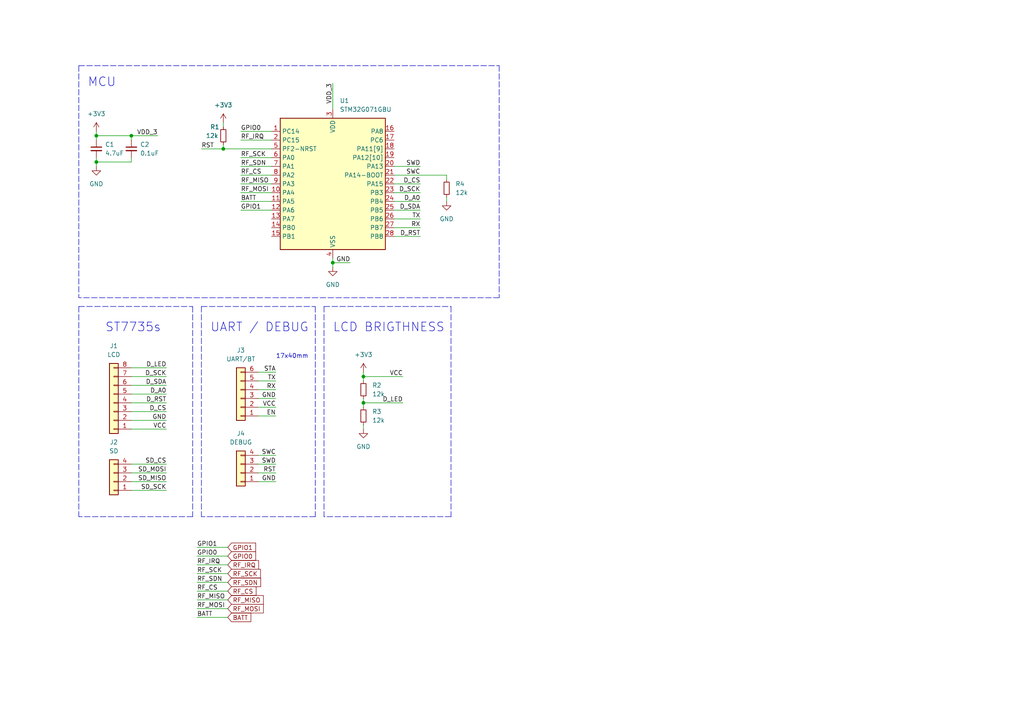
<source format=kicad_sch>
(kicad_sch (version 20211123) (generator eeschema)
  (paper "A4")
  (lib_symbols
    (symbol "Connector_Generic:Conn_01x04" (pin_names (offset 1.016) hide)
      (property "Reference" "J" (at 0 5.08 0))
      (property "Value" "Conn_01x04" (at 0 -7.62 0))
      (symbol "Conn_01x04_1_1"
        (rectangle (start -1.27 -4.953) (end 0 -5.207) (stroke (width 0.1524)))
        (rectangle (start -1.27 -2.413) (end 0 -2.667) (stroke (width 0.1524)))
        (rectangle (start -1.27 0.127) (end 0 -0.127) (stroke (width 0.1524)))
        (rectangle (start -1.27 2.667) (end 0 2.413) (stroke (width 0.1524)))
        (rectangle (start -1.27 3.81) (end 1.27 -6.35) (stroke (width 0.254)) (fill (type background)))
        (pin passive line (at -5.08 2.54 0) (length 3.81) (name "Pin_1") (number "1"))
        (pin passive line (at -5.08 0 0) (length 3.81) (name "Pin_2") (number "2"))
        (pin passive line (at -5.08 -2.54 0) (length 3.81) (name "Pin_3") (number "3"))
        (pin passive line (at -5.08 -5.08 0) (length 3.81) (name "Pin_4") (number "4"))
      )
    )
    (symbol "Connector_Generic:Conn_01x06" (pin_names (offset 1.016) hide)
      (property "Reference" "J" (at 0 7.62 0))
      (property "Value" "Conn_01x06" (at 0 -10.16 0))
      (symbol "Conn_01x06_1_1"
        (rectangle (start -1.27 -7.493) (end 0 -7.747) (stroke (width 0.1524)))
        (rectangle (start -1.27 -4.953) (end 0 -5.207) (stroke (width 0.1524)))
        (rectangle (start -1.27 -2.413) (end 0 -2.667) (stroke (width 0.1524)))
        (rectangle (start -1.27 0.127) (end 0 -0.127) (stroke (width 0.1524)))
        (rectangle (start -1.27 2.667) (end 0 2.413) (stroke (width 0.1524)))
        (rectangle (start -1.27 5.207) (end 0 4.953) (stroke (width 0.1524)))
        (rectangle (start -1.27 6.35) (end 1.27 -8.89) (stroke (width 0.254)) (fill (type background)))
        (pin passive line (at -5.08 5.08 0) (length 3.81) (name "Pin_1") (number "1"))
        (pin passive line (at -5.08 2.54 0) (length 3.81) (name "Pin_2") (number "2"))
        (pin passive line (at -5.08 0 0) (length 3.81) (name "Pin_3") (number "3"))
        (pin passive line (at -5.08 -2.54 0) (length 3.81) (name "Pin_4") (number "4"))
        (pin passive line (at -5.08 -5.08 0) (length 3.81) (name "Pin_5") (number "5"))
        (pin passive line (at -5.08 -7.62 0) (length 3.81) (name "Pin_6") (number "6"))
      )
    )
    (symbol "Connector_Generic:Conn_01x08" (pin_names (offset 1.016) hide)
      (property "Reference" "J" (at 0 10.16 0))
      (property "Value" "Conn_01x08" (at 0 -12.7 0))
      (symbol "Conn_01x08_1_1"
        (rectangle (start -1.27 -10.033) (end 0 -10.287) (stroke (width 0.1524)))
        (rectangle (start -1.27 -7.493) (end 0 -7.747) (stroke (width 0.1524)))
        (rectangle (start -1.27 -4.953) (end 0 -5.207) (stroke (width 0.1524)))
        (rectangle (start -1.27 -2.413) (end 0 -2.667) (stroke (width 0.1524)))
        (rectangle (start -1.27 0.127) (end 0 -0.127) (stroke (width 0.1524)))
        (rectangle (start -1.27 2.667) (end 0 2.413) (stroke (width 0.1524)))
        (rectangle (start -1.27 5.207) (end 0 4.953) (stroke (width 0.1524)))
        (rectangle (start -1.27 7.747) (end 0 7.493) (stroke (width 0.1524)))
        (rectangle (start -1.27 8.89) (end 1.27 -11.43) (stroke (width 0.254)) (fill (type background)))
        (pin passive line (at -5.08 7.62 0) (length 3.81) (name "Pin_1") (number "1"))
        (pin passive line (at -5.08 5.08 0) (length 3.81) (name "Pin_2") (number "2"))
        (pin passive line (at -5.08 2.54 0) (length 3.81) (name "Pin_3") (number "3"))
        (pin passive line (at -5.08 0 0) (length 3.81) (name "Pin_4") (number "4"))
        (pin passive line (at -5.08 -2.54 0) (length 3.81) (name "Pin_5") (number "5"))
        (pin passive line (at -5.08 -5.08 0) (length 3.81) (name "Pin_6") (number "6"))
        (pin passive line (at -5.08 -7.62 0) (length 3.81) (name "Pin_7") (number "7"))
        (pin passive line (at -5.08 -10.16 0) (length 3.81) (name "Pin_8") (number "8"))
      )
    )
    (symbol "Device:C_Small" (pin_numbers hide) (pin_names (offset 0.254) hide)
      (property "Reference" "C" (at 0.254 1.778 0))
      (property "Value" "C_Small" (at 0.254 -2.032 0))
      (symbol "C_Small_0_1"
        (polyline (pts (xy -1.524 -0.508) (xy 1.524 -0.508)) (stroke (width 0.3302)))
        (polyline (pts (xy -1.524 0.508) (xy 1.524 0.508)) (stroke (width 0.3048)))
      )
      (symbol "C_Small_1_1"
        (pin passive line (at 0 2.54 270) (length 2.032) (name "~") (number "1"))
        (pin passive line (at 0 -2.54 90) (length 2.032) (name "~") (number "2"))
      )
    )
    (symbol "Device:R_Small" (pin_numbers hide) (pin_names (offset 0.254) hide)
      (property "Reference" "R" (at 0.762 0.508 0))
      (property "Value" "R_Small" (at 0.762 -1.016 0))
      (symbol "R_Small_0_1"
        (rectangle (start -0.762 1.778) (end 0.762 -1.778) (stroke (width 0.2032)))
      )
      (symbol "R_Small_1_1"
        (pin passive line (at 0 2.54 270) (length 0.762) (name "~") (number "1"))
        (pin passive line (at 0 -2.54 90) (length 0.762) (name "~") (number "2"))
      )
    )
    (symbol "LOCAL:STM32G071GBU"
      (property "Reference" "U" (at 12.7 27.94 0))
      (property "Value" "STM32G071GBU" (at 7.62 25.4 0))
      (symbol "STM32G071GBU_0_1"
        (rectangle (start -15.24 22.86) (end 15.24 -15.24) (stroke (width 0.254)) (fill (type background)))
      )
      (symbol "STM32G071GBU_1_1"
        (pin bidirectional line (at -17.78 19.05 0) (length 2.54) (name "PC14") (number "1"))
        (pin bidirectional line (at -17.78 1.27 0) (length 2.54) (name "PA4") (number "10"))
        (pin bidirectional line (at -17.78 -1.27 0) (length 2.54) (name "PA5") (number "11"))
        (pin bidirectional line (at -17.78 -3.81 0) (length 2.54) (name "PA6") (number "12"))
        (pin bidirectional line (at -17.78 -6.35 0) (length 2.54) (name "PA7") (number "13"))
        (pin bidirectional line (at -17.78 -8.89 0) (length 2.54) (name "PB0") (number "14"))
        (pin bidirectional line (at -17.78 -11.43 0) (length 2.54) (name "PB1") (number "15"))
        (pin bidirectional line (at 17.78 19.05 180) (length 2.54) (name "PA8") (number "16"))
        (pin bidirectional line (at 17.78 16.51 180) (length 2.54) (name "PC6") (number "17"))
        (pin bidirectional line (at 17.78 13.97 180) (length 2.54) (name "PA11[9]") (number "18"))
        (pin bidirectional line (at 17.78 11.43 180) (length 2.54) (name "PA12[10]") (number "19"))
        (pin bidirectional line (at -17.78 16.51 0) (length 2.54) (name "PC15") (number "2"))
        (pin bidirectional line (at 17.78 8.89 180) (length 2.54) (name "PA13") (number "20"))
        (pin bidirectional line (at 17.78 6.35 180) (length 2.54) (name "PA14-BOOT") (number "21"))
        (pin bidirectional line (at 17.78 3.81 180) (length 2.54) (name "PA15") (number "22"))
        (pin bidirectional line (at 17.78 1.27 180) (length 2.54) (name "PB3") (number "23"))
        (pin bidirectional line (at 17.78 -1.27 180) (length 2.54) (name "PB4") (number "24"))
        (pin bidirectional line (at 17.78 -3.81 180) (length 2.54) (name "PB5") (number "25"))
        (pin bidirectional line (at 17.78 -6.35 180) (length 2.54) (name "PB6") (number "26"))
        (pin bidirectional line (at 17.78 -8.89 180) (length 2.54) (name "PB7") (number "27"))
        (pin bidirectional line (at 17.78 -11.43 180) (length 2.54) (name "PB8") (number "28"))
        (pin bidirectional line (at 0 25.4 270) (length 2.54) (name "VDD") (number "3"))
        (pin bidirectional line (at 0 -17.78 90) (length 2.54) (name "VSS") (number "4"))
        (pin bidirectional line (at -17.78 13.97 0) (length 2.54) (name "PF2-NRST") (number "5"))
        (pin bidirectional line (at -17.78 11.43 0) (length 2.54) (name "PA0") (number "6"))
        (pin bidirectional line (at -17.78 8.89 0) (length 2.54) (name "PA1") (number "7"))
        (pin bidirectional line (at -17.78 6.35 0) (length 2.54) (name "PA2") (number "8"))
        (pin bidirectional line (at -17.78 3.81 0) (length 2.54) (name "PA3") (number "9"))
      )
    )
    (symbol "power:+3.3V" (power) (pin_names (offset 0))
      (property "Value" "+3.3V" (at 0 3.556 0))
      (symbol "+3.3V_0_1"
        (polyline (pts (xy -0.762 1.27) (xy 0 2.54)))
        (polyline (pts (xy 0 0) (xy 0 2.54)))
        (polyline (pts (xy 0 2.54) (xy 0.762 1.27)))
      )
      (symbol "+3.3V_1_1"
        (pin power_in line (at 0 0 90) (length 0) hide (name "+3V3") (number "1"))
      )
    )
    (symbol "power:GND" (power) (pin_names (offset 0))
      (property "Value" "GND" (at 0 -3.81 0))
      (symbol "GND_0_1"
        (polyline (pts (xy 0 0) (xy 0 -1.27) (xy 1.27 -1.27) (xy 0 -2.54) (xy -1.27 -1.27) (xy 0 -1.27)))
      )
      (symbol "GND_1_1"
        (pin power_in line (at 0 0 270) (length 0) hide (name "GND") (number "1"))
      )
    )
  )
  (junction (at 105.41 116.84))
  (junction (at 96.52 76.2))
  (junction (at 27.94 39.37))
  (junction (at 105.41 109.22))
  (junction (at 38.1 39.37))
  (junction (at 64.77 43.18))
  (junction (at 27.94 46.99))
  (polyline (pts (xy 55.88 88.9) (xy 55.88 149.86)))
  (wire (pts (xy 38.1 114.3) (xy 48.26 114.3)))
  (wire (pts (xy 27.94 39.37) (xy 27.94 40.64)))
  (wire (pts (xy 38.1 106.68) (xy 48.26 106.68)))
  (wire (pts (xy 69.85 55.88) (xy 78.74 55.88)))
  (wire (pts (xy 69.85 40.64) (xy 78.74 40.64)))
  (polyline (pts (xy 144.78 86.36) (xy 22.86 86.36)))
  (polyline (pts (xy 91.44 149.86) (xy 58.42 149.86)))
  (polyline (pts (xy 93.98 88.9) (xy 93.98 149.86)))
  (wire (pts (xy 114.3 53.34) (xy 121.92 53.34)))
  (wire (pts (xy 38.1 119.38) (xy 48.26 119.38)))
  (polyline (pts (xy 55.88 149.86) (xy 22.86 149.86)))
  (wire (pts (xy 69.85 60.96) (xy 78.74 60.96)))
  (wire (pts (xy 38.1 116.84) (xy 48.26 116.84)))
  (wire (pts (xy 105.41 109.22) (xy 105.41 110.49)))
  (wire (pts (xy 105.41 115.57) (xy 105.41 116.84)))
  (wire (pts (xy 27.94 46.99) (xy 27.94 48.26)))
  (wire (pts (xy 129.54 52.07) (xy 129.54 50.8)))
  (polyline (pts (xy 130.81 88.9) (xy 130.81 149.86)))
  (polyline (pts (xy 58.42 88.9) (xy 58.42 149.86)))
  (wire (pts (xy 38.1 109.22) (xy 48.26 109.22)))
  (wire (pts (xy 27.94 46.99) (xy 38.1 46.99)))
  (wire (pts (xy 57.15 171.45) (xy 66.04 171.45)))
  (wire (pts (xy 74.93 137.16) (xy 80.01 137.16)))
  (wire (pts (xy 38.1 134.62) (xy 48.26 134.62)))
  (wire (pts (xy 58.42 43.18) (xy 64.77 43.18)))
  (wire (pts (xy 57.15 163.83) (xy 66.04 163.83)))
  (wire (pts (xy 57.15 166.37) (xy 66.04 166.37)))
  (wire (pts (xy 74.93 107.95) (xy 80.01 107.95)))
  (polyline (pts (xy 91.44 88.9) (xy 91.44 149.86)))
  (wire (pts (xy 74.93 118.11) (xy 80.01 118.11)))
  (wire (pts (xy 105.41 116.84) (xy 105.41 118.11)))
  (wire (pts (xy 64.77 35.56) (xy 64.77 36.83)))
  (wire (pts (xy 69.85 48.26) (xy 78.74 48.26)))
  (wire (pts (xy 74.93 110.49) (xy 80.01 110.49)))
  (wire (pts (xy 57.15 168.91) (xy 66.04 168.91)))
  (wire (pts (xy 114.3 68.58) (xy 121.92 68.58)))
  (wire (pts (xy 64.77 41.91) (xy 64.77 43.18)))
  (wire (pts (xy 69.85 45.72) (xy 78.74 45.72)))
  (polyline (pts (xy 22.86 88.9) (xy 22.86 149.86)))
  (polyline (pts (xy 144.78 19.05) (xy 144.78 86.36)))
  (wire (pts (xy 38.1 124.46) (xy 48.26 124.46)))
  (wire (pts (xy 38.1 46.99) (xy 38.1 45.72)))
  (wire (pts (xy 74.93 139.7) (xy 80.01 139.7)))
  (wire (pts (xy 38.1 139.7) (xy 48.26 139.7)))
  (wire (pts (xy 74.93 120.65) (xy 80.01 120.65)))
  (wire (pts (xy 38.1 142.24) (xy 48.26 142.24)))
  (wire (pts (xy 57.15 161.29) (xy 66.04 161.29)))
  (polyline (pts (xy 58.42 88.9) (xy 91.44 88.9)))
  (wire (pts (xy 27.94 45.72) (xy 27.94 46.99)))
  (wire (pts (xy 69.85 53.34) (xy 78.74 53.34)))
  (wire (pts (xy 57.15 158.75) (xy 66.04 158.75)))
  (wire (pts (xy 114.3 63.5) (xy 121.92 63.5)))
  (wire (pts (xy 74.93 134.62) (xy 80.01 134.62)))
  (wire (pts (xy 69.85 38.1) (xy 78.74 38.1)))
  (wire (pts (xy 38.1 111.76) (xy 48.26 111.76)))
  (wire (pts (xy 74.93 113.03) (xy 80.01 113.03)))
  (wire (pts (xy 57.15 176.53) (xy 66.04 176.53)))
  (wire (pts (xy 38.1 39.37) (xy 45.72 39.37)))
  (polyline (pts (xy 93.98 88.9) (xy 130.81 88.9)))
  (wire (pts (xy 114.3 66.04) (xy 121.92 66.04)))
  (wire (pts (xy 69.85 58.42) (xy 78.74 58.42)))
  (polyline (pts (xy 22.86 19.05) (xy 22.86 86.36)))
  (wire (pts (xy 57.15 179.07) (xy 66.04 179.07)))
  (wire (pts (xy 96.52 76.2) (xy 96.52 77.47)))
  (wire (pts (xy 57.15 173.99) (xy 66.04 173.99)))
  (wire (pts (xy 74.93 115.57) (xy 80.01 115.57)))
  (wire (pts (xy 105.41 109.22) (xy 116.84 109.22)))
  (wire (pts (xy 96.52 74.93) (xy 96.52 76.2)))
  (wire (pts (xy 114.3 60.96) (xy 121.92 60.96)))
  (polyline (pts (xy 130.81 149.86) (xy 93.98 149.86)))
  (wire (pts (xy 69.85 50.8) (xy 78.74 50.8)))
  (wire (pts (xy 38.1 137.16) (xy 48.26 137.16)))
  (wire (pts (xy 38.1 39.37) (xy 38.1 40.64)))
  (wire (pts (xy 114.3 55.88) (xy 121.92 55.88)))
  (wire (pts (xy 105.41 123.19) (xy 105.41 124.46)))
  (wire (pts (xy 129.54 57.15) (xy 129.54 58.42)))
  (wire (pts (xy 78.74 43.18) (xy 64.77 43.18)))
  (wire (pts (xy 27.94 39.37) (xy 38.1 39.37)))
  (wire (pts (xy 105.41 116.84) (xy 116.84 116.84)))
  (wire (pts (xy 27.94 38.1) (xy 27.94 39.37)))
  (wire (pts (xy 74.93 132.08) (xy 80.01 132.08)))
  (wire (pts (xy 114.3 50.8) (xy 129.54 50.8)))
  (polyline (pts (xy 22.86 88.9) (xy 55.88 88.9)))
  (wire (pts (xy 96.52 24.13) (xy 96.52 31.75)))
  (wire (pts (xy 96.52 76.2) (xy 101.6 76.2)))
  (wire (pts (xy 114.3 58.42) (xy 121.92 58.42)))
  (polyline (pts (xy 22.86 19.05) (xy 144.78 19.05)))
  (wire (pts (xy 105.41 107.95) (xy 105.41 109.22)))
  (wire (pts (xy 114.3 48.26) (xy 121.92 48.26)))
  (wire (pts (xy 38.1 121.92) (xy 48.26 121.92)))
  (text "MCU" (at 25.4 25.4 0) (effects (font (size 2.54 2.54)) (justify left bottom)))
  (text "LCD BRIGTHNESS" (at 96.52 96.52 0) (effects (font (size 2.54 2.54)) (justify left bottom)))
  (text "UART / DEBUG" (at 60.96 96.52 0) (effects (font (size 2.54 2.54)) (justify left bottom)))
  (text "ST7735s" (at 30.48 96.52 0) (effects (font (size 2.54 2.54)) (justify left bottom)))
  (text "17x40mm" (at 80.01 104.14 0) (effects (font (size 1.27 1.27)) (justify left bottom)))
  (label "VCC" (at 80.01 118.11 180))
  (label "RF_SCK" (at 69.85 45.72 0))
  (label "SD_MOSI" (at 48.26 137.16 180))
  (label "RF_MOSI" (at 57.15 176.53 0))
  (label "D_LED" (at 116.84 116.84 180))
  (label "RF_SDN" (at 69.85 48.26 0))
  (label "D_SCK" (at 121.92 55.88 180))
  (label "SD_CS" (at 48.26 134.62 180))
  (label "RF_IRQ" (at 69.85 40.64 0))
  (label "VDD_3" (at 45.72 39.37 180))
  (label "RF_MOSI" (at 69.85 55.88 0))
  (label "GPIO1" (at 69.85 60.96 0))
  (label "SD_SCK" (at 48.26 142.24 180))
  (label "VCC" (at 48.26 124.46 180))
  (label "TX" (at 121.92 63.5 180))
  (label "D_RST" (at 48.26 116.84 180))
  (label "D_A0" (at 48.26 114.3 180))
  (label "RST" (at 80.01 137.16 180))
  (label "GND" (at 80.01 115.57 180))
  (label "STA" (at 80.01 107.95 180))
  (label "D_CS" (at 48.26 119.38 180))
  (label "VCC" (at 116.84 109.22 180))
  (label "D_SDA" (at 121.92 60.96 180))
  (label "RF_MISO" (at 57.15 173.99 0))
  (label "TX" (at 80.01 110.49 180))
  (label "RX" (at 80.01 113.03 180))
  (label "SWC" (at 121.92 50.8 180))
  (label "D_SCK" (at 48.26 109.22 180))
  (label "BATT" (at 57.15 179.07 0))
  (label "GND" (at 80.01 139.7 180))
  (label "GPIO0" (at 69.85 38.1 0))
  (label "RST" (at 58.42 43.18 0))
  (label "GPIO0" (at 57.15 161.29 0))
  (label "RF_CS" (at 69.85 50.8 0))
  (label "SWC" (at 80.01 132.08 180))
  (label "D_CS" (at 121.92 53.34 180))
  (label "D_SDA" (at 48.26 111.76 180))
  (label "SWD" (at 121.92 48.26 180))
  (label "GPIO1" (at 57.15 158.75 0))
  (label "SWD" (at 80.01 134.62 180))
  (label "VDD_3" (at 96.52 24.13 270))
  (label "D_A0" (at 121.92 58.42 180))
  (label "RF_MISO" (at 69.85 53.34 0))
  (label "RX" (at 121.92 66.04 180))
  (label "GND" (at 101.6 76.2 180))
  (label "RF_CS" (at 57.15 171.45 0))
  (label "EN" (at 80.01 120.65 180))
  (label "BATT" (at 69.85 58.42 0))
  (label "D_RST" (at 121.92 68.58 180))
  (label "SD_MISO" (at 48.26 139.7 180))
  (label "D_LED" (at 48.26 106.68 180))
  (label "GND" (at 48.26 121.92 180))
  (label "RF_IRQ" (at 57.15 163.83 0))
  (label "RF_SCK" (at 57.15 166.37 0))
  (label "RF_SDN" (at 57.15 168.91 0))
  (global_label "GPIO1" (shape input) (at 66.04 158.75 0) (property "Intersheet References" "${INTERSHEET_REFS}" (effects hide)))
  (global_label "BATT" (shape input) (at 66.04 179.07 0) (property "Intersheet References" "${INTERSHEET_REFS}" (effects hide)))
  (global_label "GPIO0" (shape input) (at 66.04 161.29 0) (property "Intersheet References" "${INTERSHEET_REFS}" (effects hide)))
  (global_label "RF_MISO" (shape input) (at 66.04 173.99 0) (property "Intersheet References" "${INTERSHEET_REFS}" (effects hide)))
  (global_label "RF_CS" (shape input) (at 66.04 171.45 0) (property "Intersheet References" "${INTERSHEET_REFS}" (effects hide)))
  (global_label "RF_IRQ" (shape input) (at 66.04 163.83 0) (property "Intersheet References" "${INTERSHEET_REFS}" (effects hide)))
  (global_label "RF_SCK" (shape input) (at 66.04 166.37 0) (property "Intersheet References" "${INTERSHEET_REFS}" (effects hide)))
  (global_label "RF_MOSI" (shape input) (at 66.04 176.53 0) (property "Intersheet References" "${INTERSHEET_REFS}" (effects hide)))
  (global_label "RF_SDN" (shape input) (at 66.04 168.91 0) (property "Intersheet References" "${INTERSHEET_REFS}" (effects hide)))
  (symbol (lib_id "Connector_Generic:Conn_01x08") (at 33.02 116.84 180) (unit 1)
    (property "Reference" "J1" (at 33.02 100.33 0))
    (property "Value" "LCD" (at 33.02 102.87 0))
    (property "Footprint" "Connector_PinSocket_2.54mm:PinSocket_1x08_P2.54mm_Vertical" (effects hide))
  )
  (symbol (lib_id "Connector_Generic:Conn_01x04") (at 33.02 139.7 180) (unit 1)
    (property "Reference" "J2" (at 33.02 128.27 0))
    (property "Value" "SD" (at 33.02 130.81 0))
    (property "Footprint" "Connector_PinSocket_2.54mm:PinSocket_1x04_P2.54mm_Vertical" (effects hide))
  )
  (symbol (lib_id "Connector_Generic:Conn_01x06") (at 69.85 115.57 180) (unit 1)
    (property "Reference" "J3" (at 69.85 101.6 0))
    (property "Value" "UART/BT" (at 69.85 104.14 0))
    (property "Footprint" "Connector_PinSocket_2.54mm:PinSocket_1x06_P2.54mm_Horizontal" (effects hide))
  )
  (symbol (lib_id "LOCAL:STM32G071GBU") (at 96.52 57.15 0) (unit 1)
    (property "Reference" "U1" (at 98.5394 29.21 0) (effects (justify left)))
    (property "Value" "STM32G071GBU" (at 98.5394 31.75 0) (effects (justify left)))
    (property "Footprint" "Package_DFN_QFN:QFN-28_4x4mm_P0.5mm" (effects hide))
    (property "Datasheet" "https://www.farnell.com/datasheets/2710903.pdf" (effects hide))
  )
  (symbol (lib_id "power:+3.3V") (at 105.41 107.95 0) (unit 1)
    (property "Reference" "#PWR05" (effects hide))
    (property "Value" "+3.3V" (at 105.41 102.87 0))
  )
  (symbol (lib_id "Device:R_Small") (at 105.41 120.65 0) (unit 1)
    (property "Reference" "R3" (at 107.95 119.3799 0) (effects (justify left)))
    (property "Value" "12k" (at 107.95 121.9199 0) (effects (justify left)))
    (property "Footprint" "Resistor_SMD:R_0402_1005Metric" (effects hide))
  )
  (symbol (lib_id "Device:C_Small") (at 38.1 43.18 0) (unit 1)
    (property "Reference" "C2" (at 40.64 41.9162 0) (effects (justify left)))
    (property "Value" "0.1uF" (at 40.64 44.4562 0) (effects (justify left)))
    (property "Footprint" "Capacitor_SMD:C_0402_1005Metric" (effects hide))
  )
  (symbol (lib_id "Device:R_Small") (at 105.41 113.03 0) (unit 1)
    (property "Reference" "R2" (at 107.95 111.7599 0) (effects (justify left)))
    (property "Value" "12k" (at 107.95 114.2999 0) (effects (justify left)))
    (property "Footprint" "Resistor_SMD:R_0402_1005Metric" (effects hide))
  )
  (symbol (lib_id "power:GND") (at 27.94 48.26 0) (unit 1)
    (property "Reference" "#PWR02" (effects hide))
    (property "Value" "GND" (at 27.94 53.34 0))
  )
  (symbol (lib_id "Device:R_Small") (at 129.54 54.61 0) (unit 1)
    (property "Reference" "R4" (at 132.08 53.3399 0) (effects (justify left)))
    (property "Value" "12k" (at 132.08 55.8799 0) (effects (justify left)))
    (property "Footprint" "Resistor_SMD:R_0402_1005Metric" (effects hide))
  )
  (symbol (lib_id "power:GND") (at 129.54 58.42 0) (unit 1)
    (property "Reference" "#PWR07" (effects hide))
    (property "Value" "GND" (at 129.54 63.5 0))
  )
  (symbol (lib_id "power:GND") (at 96.52 77.47 0) (unit 1)
    (property "Reference" "#PWR04" (effects hide))
    (property "Value" "GND" (at 96.52 82.55 0))
  )
  (symbol (lib_id "Device:C_Small") (at 27.94 43.18 0) (unit 1)
    (property "Reference" "C1" (at 30.48 41.9162 0) (effects (justify left)))
    (property "Value" "4.7uF" (at 30.48 44.4562 0) (effects (justify left)))
    (property "Footprint" "Capacitor_SMD:C_0603_1608Metric" (effects hide))
  )
  (symbol (lib_id "power:+3.3V") (at 64.77 35.56 0) (unit 1)
    (property "Reference" "#PWR03" (effects hide))
    (property "Value" "+3.3V" (at 64.77 30.48 0))
  )
  (symbol (lib_id "power:+3.3V") (at 27.94 38.1 0) (unit 1)
    (property "Reference" "#PWR01" (effects hide))
    (property "Value" "+3.3V" (at 27.94 33.02 0))
  )
  (symbol (lib_id "power:GND") (at 105.41 124.46 0) (unit 1)
    (property "Reference" "#PWR06" (effects hide))
    (property "Value" "GND" (at 105.41 129.54 0))
  )
  (symbol (lib_id "Device:R_Small") (at 64.77 39.37 180) (unit 1)
    (property "Reference" "R1" (at 60.96 36.83 0) (effects (justify right)))
    (property "Value" "12k" (at 59.69 39.37 0) (effects (justify right)))
    (property "Footprint" "Resistor_SMD:R_0402_1005Metric" (effects hide))
  )
  (symbol (lib_id "Connector_Generic:Conn_01x04") (at 69.85 137.16 180) (unit 1)
    (property "Reference" "J4" (at 69.85 125.73 0))
    (property "Value" "DEBUG" (at 69.85 128.27 0))
    (property "Footprint" "Connector_PinSocket_2.54mm:PinSocket_1x04_P2.54mm_Horizontal" (effects hide))
  )
)
</source>
